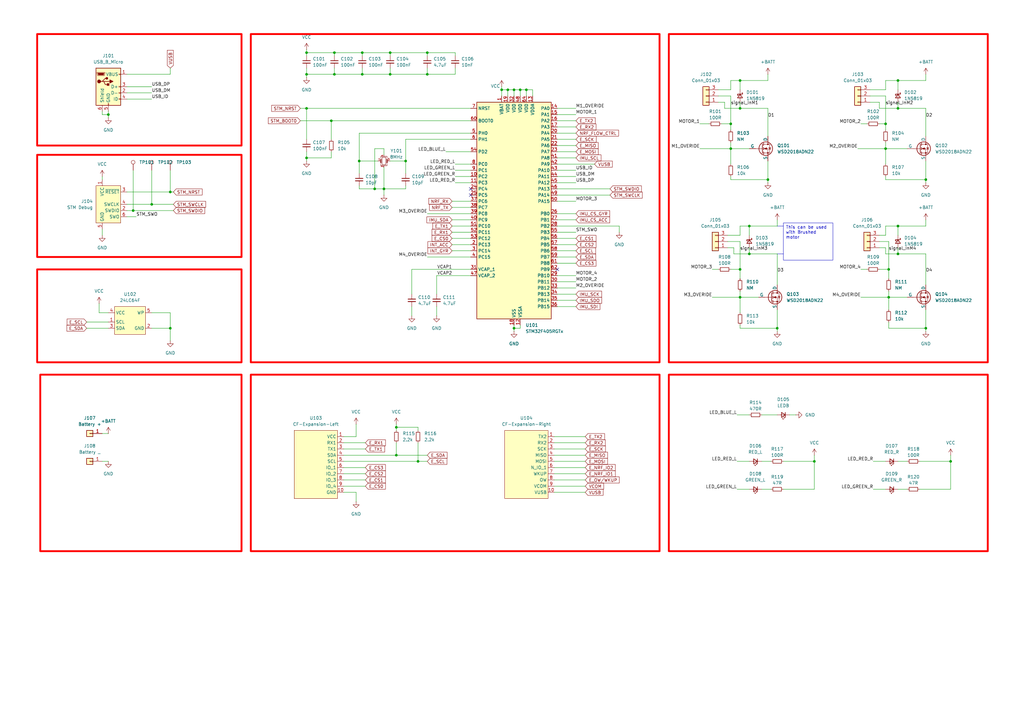
<source format=kicad_sch>
(kicad_sch (version 20231120) (generator "eeschema") (generator_version "8.0")
  (paper "A3")
  (title_block (date "2024-07-16"))
  (lib_symbols
    (symbol "Connector:Conn_ARM_SWD_TagConnect_TC2030-NL" (in_bom no)
      (property "Reference" "J" (at 2.54 11.43 0))
      (property "Value" "Conn_ARM_SWD_TagConnect_TC2030-NL" (at 2.54 8.89 0))
      (symbol "Conn_ARM_SWD_TagConnect_TC2030-NL_0_0"
        (pin power_in line (at -2.54 10.16 270) (length 2.54) (name "VCC") (number "1"))
        (pin bidirectional line (at 7.62 -2.54 180) (length 2.54) (name "SWDIO") (number "2"))
        (pin open_collector line (at 7.62 5.08 180) (length 2.54) (name "~{RESET}") (number "3"))
        (pin output line (at 7.62 0 180) (length 2.54) (name "SWCLK") (number "4"))
        (pin power_in line (at -2.54 -10.16 90) (length 2.54) (name "GND") (number "5"))
        (pin input line (at 7.62 -5.08 180) (length 2.54) (name "SWO") (number "6"))
      )
    )
    (symbol "Connector:TestPoint" (pin_numbers hide) (pin_names (offset 0.762) hide)
      (property "Reference" "TP" (at 0 6.858 0))
      (property "Value" "TestPoint" (at 0 5.08 0))
      (symbol "TestPoint_1_1"
        (pin passive line (at 0 0 90) (length 2.54) (name "1") (number "1"))
      )
    )
    (symbol "Connector:USB_B_Micro" (pin_names (offset 1.016))
      (property "Reference" "J" (at -5.08 11.43 0))
      (property "Value" "USB_B_Micro" (at -5.08 8.89 0))
      (symbol "USB_B_Micro_1_1"
        (pin power_out line (at 7.62 5.08 180) (length 2.54) (name "VBUS") (number "1"))
        (pin bidirectional line (at 7.62 -2.54 180) (length 2.54) (name "D-") (number "2"))
        (pin bidirectional line (at 7.62 0 180) (length 2.54) (name "D+") (number "3"))
        (pin passive line (at 7.62 -5.08 180) (length 2.54) (name "ID") (number "4"))
        (pin power_out line (at 0 -10.16 90) (length 2.54) (name "GND") (number "5"))
        (pin passive line (at -2.54 -10.16 90) (length 2.54) (name "Shield") (number "6"))
      )
    )
    (symbol "Connector_Generic:Conn_01x01" (pin_names (offset 1.016) hide)
      (property "Reference" "J" (at 0 2.54 0))
      (property "Value" "Conn_01x01" (at 0 -2.54 0))
      (symbol "Conn_01x01_1_1"
        (pin passive line (at -5.08 0 0) (length 3.81) (name "Pin_1") (number "1"))
      )
    )
    (symbol "Connector_Generic:Conn_01x03" (pin_names (offset 1.016) hide)
      (property "Reference" "J" (at 0 5.08 0))
      (property "Value" "Conn_01x03" (at 0 -5.08 0))
      (symbol "Conn_01x03_1_1"
        (pin passive line (at -5.08 2.54 0) (length 3.81) (name "Pin_1") (number "1"))
        (pin passive line (at -5.08 0 0) (length 3.81) (name "Pin_2") (number "2"))
        (pin passive line (at -5.08 -2.54 0) (length 3.81) (name "Pin_3") (number "3"))
      )
    )
    (symbol "Device:C_Small" (pin_numbers hide) (pin_names (offset 0.254) hide)
      (property "Reference" "C" (at 0.254 1.778 0))
      (property "Value" "C_Small" (at 0.254 -2.032 0))
      (symbol "C_Small_1_1"
        (pin passive line (at 0 2.54 270) (length 2.032) (name "~") (number "1"))
        (pin passive line (at 0 -2.54 90) (length 2.032) (name "~") (number "2"))
      )
    )
    (symbol "Device:Crystal_GND24_Small" (pin_names (offset 1.016) hide)
      (property "Reference" "Y" (at 1.27 4.445 0))
      (property "Value" "Crystal_GND24_Small" (at 1.27 2.54 0))
      (symbol "Crystal_GND24_Small_1_1"
        (pin passive line (at -2.54 0 0) (length 1.27) (name "1") (number "1"))
        (pin passive line (at 0 -2.54 90) (length 0.635) (name "2") (number "2"))
        (pin passive line (at 2.54 0 180) (length 1.27) (name "3") (number "3"))
        (pin passive line (at 0 2.54 270) (length 0.635) (name "4") (number "4"))
      )
    )
    (symbol "Device:D_Schottky_Small" (pin_numbers hide) (pin_names (offset 0.254) hide)
      (property "Reference" "D" (at -1.27 2.032 0))
      (property "Value" "D_Schottky_Small" (at -7.112 -2.032 0))
      (symbol "D_Schottky_Small_1_1"
        (pin passive line (at -2.54 0 0) (length 1.778) (name "K") (number "1"))
        (pin passive line (at 2.54 0 180) (length 1.778) (name "A") (number "2"))
      )
    )
    (symbol "Device:LED_Small" (pin_numbers hide) (pin_names (offset 0.254) hide)
      (property "Reference" "D" (at -1.27 3.175 0))
      (property "Value" "LED_Small" (at -4.445 -2.54 0))
      (symbol "LED_Small_1_1"
        (pin passive line (at -2.54 0 0) (length 1.778) (name "K") (number "1"))
        (pin passive line (at 2.54 0 180) (length 1.778) (name "A") (number "2"))
      )
    )
    (symbol "Device:R_Small" (pin_numbers hide) (pin_names (offset 0.254) hide)
      (property "Reference" "R" (at 0.762 0.508 0))
      (property "Value" "R_Small" (at 0.762 -1.016 0))
      (symbol "R_Small_1_1"
        (pin passive line (at 0 2.54 270) (length 0.762) (name "~") (number "1"))
        (pin passive line (at 0 -2.54 90) (length 0.762) (name "~") (number "2"))
      )
    )
    (symbol "MCU_ST_STM32F4:STM32F405RGTx"
      (property "Reference" "U" (at -15.24 46.99 0))
      (property "Value" "STM32F405RGTx" (at 10.16 46.99 0))
      (symbol "STM32F405RGTx_1_1"
        (pin power_in line (at -5.08 48.26 270) (length 2.54) (name "VBAT") (number "1"))
        (pin bidirectional line (at -17.78 15.24 0) (length 2.54) (name "PC2") (number "10"))
        (pin bidirectional line (at -17.78 12.7 0) (length 2.54) (name "PC3") (number "11"))
        (pin power_in line (at 2.54 -45.72 90) (length 2.54) (name "VSSA") (number "12"))
        (pin power_in line (at 7.62 48.26 270) (length 2.54) (name "VDDA") (number "13"))
        (pin bidirectional line (at 17.78 43.18 180) (length 2.54) (name "PA0") (number "14"))
        (pin bidirectional line (at 17.78 40.64 180) (length 2.54) (name "PA1") (number "15"))
        (pin bidirectional line (at 17.78 38.1 180) (length 2.54) (name "PA2") (number "16"))
        (pin bidirectional line (at 17.78 35.56 180) (length 2.54) (name "PA3") (number "17"))
        (pin power_in line (at 0 -45.72 90) (length 2.54) (name "VSS") (number "18"))
        (pin power_in line (at -2.54 48.26 270) (length 2.54) (name "VDD") (number "19"))
        (pin bidirectional line (at -17.78 -12.7 0) (length 2.54) (name "PC13") (number "2"))
        (pin bidirectional line (at 17.78 33.02 180) (length 2.54) (name "PA4") (number "20"))
        (pin bidirectional line (at 17.78 30.48 180) (length 2.54) (name "PA5") (number "21"))
        (pin bidirectional line (at 17.78 27.94 180) (length 2.54) (name "PA6") (number "22"))
        (pin bidirectional line (at 17.78 25.4 180) (length 2.54) (name "PA7") (number "23"))
        (pin bidirectional line (at -17.78 10.16 0) (length 2.54) (name "PC4") (number "24"))
        (pin bidirectional line (at -17.78 7.62 0) (length 2.54) (name "PC5") (number "25"))
        (pin bidirectional line (at 17.78 0 180) (length 2.54) (name "PB0") (number "26"))
        (pin bidirectional line (at 17.78 -2.54 180) (length 2.54) (name "PB1") (number "27"))
        (pin bidirectional line (at 17.78 -5.08 180) (length 2.54) (name "PB2") (number "28"))
        (pin bidirectional line (at 17.78 -25.4 180) (length 2.54) (name "PB10") (number "29"))
        (pin bidirectional line (at -17.78 -15.24 0) (length 2.54) (name "PC14") (number "3"))
        (pin bidirectional line (at 17.78 -27.94 180) (length 2.54) (name "PB11") (number "30"))
        (pin power_out line (at -17.78 -22.86 0) (length 2.54) (name "VCAP_1") (number "31"))
        (pin power_in line (at 0 48.26 270) (length 2.54) (name "VDD") (number "32"))
        (pin bidirectional line (at 17.78 -30.48 180) (length 2.54) (name "PB12") (number "33"))
        (pin bidirectional line (at 17.78 -33.02 180) (length 2.54) (name "PB13") (number "34"))
        (pin bidirectional line (at 17.78 -35.56 180) (length 2.54) (name "PB14") (number "35"))
        (pin bidirectional line (at 17.78 -38.1 180) (length 2.54) (name "PB15") (number "36"))
        (pin bidirectional line (at -17.78 5.08 0) (length 2.54) (name "PC6") (number "37"))
        (pin bidirectional line (at -17.78 2.54 0) (length 2.54) (name "PC7") (number "38"))
        (pin bidirectional line (at -17.78 0 0) (length 2.54) (name "PC8") (number "39"))
        (pin bidirectional line (at -17.78 -17.78 0) (length 2.54) (name "PC15") (number "4"))
        (pin bidirectional line (at -17.78 -2.54 0) (length 2.54) (name "PC9") (number "40"))
        (pin bidirectional line (at 17.78 22.86 180) (length 2.54) (name "PA8") (number "41"))
        (pin bidirectional line (at 17.78 20.32 180) (length 2.54) (name "PA9") (number "42"))
        (pin bidirectional line (at 17.78 17.78 180) (length 2.54) (name "PA10") (number "43"))
        (pin bidirectional line (at 17.78 15.24 180) (length 2.54) (name "PA11") (number "44"))
        (pin bidirectional line (at 17.78 12.7 180) (length 2.54) (name "PA12") (number "45"))
        (pin bidirectional line (at 17.78 10.16 180) (length 2.54) (name "PA13") (number "46"))
        (pin power_out line (at -17.78 -25.4 0) (length 2.54) (name "VCAP_2") (number "47"))
        (pin power_in line (at 2.54 48.26 270) (length 2.54) (name "VDD") (number "48"))
        (pin bidirectional line (at 17.78 7.62 180) (length 2.54) (name "PA14") (number "49"))
        (pin bidirectional line (at -17.78 33.02 0) (length 2.54) (name "PH0") (number "5"))
        (pin bidirectional line (at 17.78 5.08 180) (length 2.54) (name "PA15") (number "50"))
        (pin bidirectional line (at -17.78 -5.08 0) (length 2.54) (name "PC10") (number "51"))
        (pin bidirectional line (at -17.78 -7.62 0) (length 2.54) (name "PC11") (number "52"))
        (pin bidirectional line (at -17.78 -10.16 0) (length 2.54) (name "PC12") (number "53"))
        (pin bidirectional line (at -17.78 25.4 0) (length 2.54) (name "PD2") (number "54"))
        (pin bidirectional line (at 17.78 -7.62 180) (length 2.54) (name "PB3") (number "55"))
        (pin bidirectional line (at 17.78 -10.16 180) (length 2.54) (name "PB4") (number "56"))
        (pin bidirectional line (at 17.78 -12.7 180) (length 2.54) (name "PB5") (number "57"))
        (pin bidirectional line (at 17.78 -15.24 180) (length 2.54) (name "PB6") (number "58"))
        (pin bidirectional line (at 17.78 -17.78 180) (length 2.54) (name "PB7") (number "59"))
        (pin bidirectional line (at -17.78 30.48 0) (length 2.54) (name "PH1") (number "6"))
        (pin input line (at -17.78 38.1 0) (length 2.54) (name "BOOT0") (number "60"))
        (pin bidirectional line (at 17.78 -20.32 180) (length 2.54) (name "PB8") (number "61"))
        (pin bidirectional line (at 17.78 -22.86 180) (length 2.54) (name "PB9") (number "62"))
        (pin passive line (at 0 -45.72 90) (length 2.54) hide (name "VSS") (number "63"))
        (pin power_in line (at 5.08 48.26 270) (length 2.54) (name "VDD") (number "64"))
        (pin input line (at -17.78 43.18 0) (length 2.54) (name "NRST") (number "7"))
        (pin bidirectional line (at -17.78 20.32 0) (length 2.54) (name "PC0") (number "8"))
        (pin bidirectional line (at -17.78 17.78 0) (length 2.54) (name "PC1") (number "9"))
      )
    )
    (symbol "Simulation_SPICE:NMOS" (pin_numbers hide) (pin_names (offset 0))
      (property "Reference" "Q" (at 5.08 1.27 0))
      (property "Value" "NMOS" (at 5.08 -1.27 0))
      (symbol "NMOS_1_1"
        (pin passive line (at 2.54 5.08 270) (length 2.54) (name "D") (number "1"))
        (pin input line (at -5.08 0 0) (length 2.54) (name "G") (number "2"))
        (pin passive line (at 2.54 -5.08 90) (length 2.54) (name "S") (number "3"))
      )
    )
    (symbol "libs:24LC64F"
      (property "Reference" "U" (at 0 9.652 0))
      (property "Value" "24LC64F" (at 0 6.858 0))
      (symbol "24LC64F_1_1"
        (pin passive line (at -8.89 -1.27 0) (length 2.54) (name "SCL") (number "1"))
        (pin passive line (at 8.89 -3.81 180) (length 2.54) (name "GND") (number "2"))
        (pin passive line (at -8.89 -3.81 0) (length 2.54) (name "SDA") (number "3"))
        (pin passive line (at -8.89 2.54 0) (length 2.54) (name "VCC") (number "4"))
        (pin passive line (at 8.89 2.54 180) (length 2.54) (name "WP") (number "5"))
      )
    )
    (symbol "libs:CF-Expansion-Left"
      (property "Reference" "U" (at 0 16.51 0))
      (property "Value" "CF-Expansion-Left" (at 0 19.558 0))
      (symbol "CF-Expansion-Left_1_1"
        (pin passive line (at 11.43 11.43 180) (length 2.54) (name "VCC") (number "1"))
        (pin passive line (at 11.43 -11.43 180) (length 2.54) (name "GND") (number "10"))
        (pin passive line (at 11.43 8.89 180) (length 2.54) (name "RX1") (number "2"))
        (pin passive line (at 11.43 6.35 180) (length 2.54) (name "TX1") (number "3"))
        (pin passive line (at 11.43 3.81 180) (length 2.54) (name "SDA") (number "4"))
        (pin passive line (at 11.43 1.27 180) (length 2.54) (name "SCL") (number "5"))
        (pin passive line (at 11.43 -1.27 180) (length 2.54) (name "IO_1") (number "6"))
        (pin passive line (at 11.43 -3.81 180) (length 2.54) (name "IO_2") (number "7"))
        (pin passive line (at 11.43 -6.35 180) (length 2.54) (name "IO_3") (number "8"))
        (pin passive line (at 11.43 -8.89 180) (length 2.54) (name "IO_4") (number "9"))
      )
    )
    (symbol "libs:CF-Expansion-Right"
      (property "Reference" "U" (at 0 15.748 0))
      (property "Value" "CF-Expansion-Right" (at 2.286 18.796 0))
      (symbol "CF-Expansion-Right_1_1"
        (pin passive line (at 11.43 11.43 180) (length 2.54) (name "TX2") (number "1"))
        (pin passive line (at 11.43 -11.43 180) (length 2.54) (name "VUSB") (number "10"))
        (pin passive line (at 11.43 8.89 180) (length 2.54) (name "RX2") (number "2"))
        (pin passive line (at 11.43 6.35 180) (length 2.54) (name "SCK") (number "3"))
        (pin passive line (at 11.43 3.81 180) (length 2.54) (name "MISO") (number "4"))
        (pin passive line (at 11.43 1.27 180) (length 2.54) (name "MOSI") (number "5"))
        (pin passive line (at 11.43 -1.27 180) (length 2.54) (name "N_IO_1") (number "6"))
        (pin passive line (at 11.43 -3.81 180) (length 2.54) (name "WKUP") (number "7"))
        (pin passive line (at 11.43 -6.35 180) (length 2.54) (name "OW") (number "8"))
        (pin passive line (at 11.43 -8.89 180) (length 2.54) (name "VCOM") (number "9"))
      )
    )
    (symbol "power:+BATT" (power) (pin_numbers hide) (pin_names (offset 0) hide)
      (property "Value" "+BATT" (at 0 3.556 0))
      (symbol "+BATT_1_1"
        (pin power_in line (at 0 0 90) (length 0) (name "~") (number "1"))
      )
    )
    (symbol "power:GND" (power) (pin_numbers hide) (pin_names (offset 0) hide)
      (property "Value" "GND" (at 0 -3.81 0))
      (symbol "GND_1_1"
        (pin power_in line (at 0 0 270) (length 0) (name "~") (number "1"))
      )
    )
    (symbol "power:VCC" (power) (pin_numbers hide) (pin_names (offset 0) hide)
      (property "Value" "VCC" (at 0 3.556 0))
      (symbol "VCC_1_1"
        (pin power_in line (at 0 0 90) (length 0) (name "~") (number "1"))
      )
    )
  )
  (junction (at 208.28 36.83))
  (junction (at 69.85 78.74))
  (junction (at 389.89 189.23))
  (junction (at 135.89 49.53))
  (junction (at 160.02 21.59))
  (junction (at 368.3 44.45))
  (junction (at 210.82 36.83))
  (junction (at 157.48 77.47))
  (junction (at 44.45 46.99))
  (junction (at 137.16 30.48))
  (junction (at 125.73 30.48))
  (junction (at 368.3 104.14))
  (junction (at 166.37 66.04))
  (junction (at 299.72 60.96))
  (junction (at 175.26 21.59))
  (junction (at 54.61 86.36))
  (junction (at 213.36 36.83))
  (junction (at 171.45 189.23))
  (junction (at 314.96 73.66))
  (junction (at 125.73 21.59))
  (junction (at 215.9 36.83))
  (junction (at 334.01 189.23))
  (junction (at 125.73 64.77))
  (junction (at 162.56 186.69))
  (junction (at 307.34 92.71))
  (junction (at 125.73 44.45))
  (junction (at 303.53 121.92))
  (junction (at 303.53 44.45))
  (junction (at 303.53 33.02))
  (junction (at 147.32 66.04))
  (junction (at 148.59 30.48))
  (junction (at 379.73 73.66))
  (junction (at 299.72 50.8))
  (junction (at 364.49 121.92))
  (junction (at 318.77 134.62))
  (junction (at 153.67 77.47))
  (junction (at 363.22 50.8))
  (junction (at 364.49 110.49))
  (junction (at 210.82 134.62))
  (junction (at 379.73 134.62))
  (junction (at 205.74 36.83))
  (junction (at 368.3 92.71))
  (junction (at 69.85 134.62))
  (junction (at 160.02 30.48))
  (junction (at 303.53 110.49))
  (junction (at 368.3 33.02))
  (junction (at 363.22 60.96))
  (junction (at 175.26 30.48))
  (junction (at 148.59 21.59))
  (junction (at 137.16 21.59))
  (junction (at 162.56 175.26))
  (junction (at 62.23 83.82))
  (junction (at 307.34 104.14))
  (no_connect (at 193.04 77.47))
  (no_connect (at 193.04 80.01))
  (no_connect (at 228.6 110.49))
  (wire (pts (xy 302.26 189.23) (xy 307.34 189.23)))
  (wire (pts (xy 205.74 36.83) (xy 205.74 39.37)))
  (wire (pts (xy 299.72 67.31) (xy 299.72 60.96)))
  (wire (pts (xy 146.05 201.93) (xy 146.05 205.74)))
  (wire (pts (xy 299.72 110.49) (xy 303.53 110.49)))
  (wire (pts (xy 218.44 39.37) (xy 218.44 36.83)))
  (wire (pts (xy 368.3 33.02) (xy 379.73 33.02)))
  (wire (pts (xy 379.73 30.48) (xy 379.73 33.02)))
  (wire (pts (xy 299.72 58.42) (xy 299.72 60.96)))
  (wire (pts (xy 228.6 123.19) (xy 236.22 123.19)))
  (wire (pts (xy 35.56 134.62) (xy 44.45 134.62)))
  (wire (pts (xy 166.37 66.04) (xy 166.37 71.12)))
  (wire (pts (xy 193.04 54.61) (xy 147.32 54.61)))
  (wire (pts (xy 389.89 186.69) (xy 389.89 189.23)))
  (wire (pts (xy 148.59 21.59) (xy 160.02 21.59)))
  (wire (pts (xy 193.04 44.45) (xy 125.73 44.45)))
  (wire (pts (xy 303.53 92.71) (xy 307.34 92.71)))
  (wire (pts (xy 294.64 39.37) (xy 299.72 39.37)))
  (wire (pts (xy 228.6 72.39) (xy 236.22 72.39)))
  (wire (pts (xy 147.32 77.47) (xy 153.67 77.47)))
  (wire (pts (xy 186.69 67.31) (xy 193.04 67.31)))
  (wire (pts (xy 368.3 92.71) (xy 379.73 92.71)))
  (wire (pts (xy 171.45 189.23) (xy 175.26 189.23)))
  (wire (pts (xy 360.68 96.52) (xy 363.22 96.52)))
  (wire (pts (xy 297.18 44.45) (xy 303.53 44.45)))
  (wire (pts (xy 379.73 90.17) (xy 379.73 92.71)))
  (wire (pts (xy 160.02 21.59) (xy 175.26 21.59)))
  (wire (pts (xy 353.06 50.8) (xy 355.6 50.8)))
  (wire (pts (xy 299.72 60.96) (xy 307.34 60.96)))
  (wire (pts (xy 334.01 189.23) (xy 334.01 200.66)))
  (wire (pts (xy 363.22 104.14) (xy 368.3 104.14)))
  (wire (pts (xy 228.6 59.69) (xy 236.22 59.69)))
  (wire (pts (xy 363.22 67.31) (xy 363.22 60.96)))
  (wire (pts (xy 171.45 181.61) (xy 171.45 189.23)))
  (wire (pts (xy 363.22 92.71) (xy 368.3 92.71)))
  (wire (pts (xy 303.53 44.45) (xy 314.96 44.45)))
  (wire (pts (xy 227.33 201.93) (xy 240.03 201.93)))
  (wire (pts (xy 41.91 46.99) (xy 44.45 46.99)))
  (wire (pts (xy 303.53 99.06) (xy 303.53 110.49)))
  (wire (pts (xy 210.82 133.35) (xy 210.82 134.62)))
  (wire (pts (xy 363.22 60.96) (xy 372.11 60.96)))
  (wire (pts (xy 52.07 86.36) (xy 54.61 86.36)))
  (wire (pts (xy 303.53 110.49) (xy 303.53 114.3)))
  (wire (pts (xy 140.97 196.85) (xy 149.86 196.85)))
  (wire (pts (xy 148.59 27.94) (xy 148.59 30.48)))
  (wire (pts (xy 62.23 128.27) (xy 69.85 128.27)))
  (wire (pts (xy 185.42 97.79) (xy 193.04 97.79)))
  (wire (pts (xy 186.69 27.94) (xy 186.69 30.48)))
  (wire (pts (xy 162.56 181.61) (xy 162.56 186.69)))
  (wire (pts (xy 227.33 191.77) (xy 240.03 191.77)))
  (wire (pts (xy 157.48 60.96) (xy 157.48 63.5)))
  (wire (pts (xy 69.85 134.62) (xy 69.85 139.7)))
  (wire (pts (xy 208.28 36.83) (xy 210.82 36.83)))
  (wire (pts (xy 140.97 186.69) (xy 162.56 186.69)))
  (wire (pts (xy 303.53 134.62) (xy 318.77 134.62)))
  (wire (pts (xy 228.6 115.57) (xy 236.22 115.57)))
  (wire (pts (xy 363.22 73.66) (xy 379.73 73.66)))
  (wire (pts (xy 185.42 95.25) (xy 193.04 95.25)))
  (wire (pts (xy 363.22 39.37) (xy 363.22 50.8)))
  (wire (pts (xy 227.33 189.23) (xy 240.03 189.23)))
  (wire (pts (xy 377.19 189.23) (xy 389.89 189.23)))
  (wire (pts (xy 140.97 201.93) (xy 146.05 201.93)))
  (wire (pts (xy 146.05 179.07) (xy 140.97 179.07)))
  (wire (pts (xy 62.23 83.82) (xy 71.12 83.82)))
  (wire (pts (xy 125.73 21.59) (xy 125.73 22.86)))
  (wire (pts (xy 140.97 181.61) (xy 149.86 181.61)))
  (wire (pts (xy 228.6 95.25) (xy 236.22 95.25)))
  (wire (pts (xy 213.36 36.83) (xy 213.36 39.37)))
  (wire (pts (xy 298.45 99.06) (xy 303.53 99.06)))
  (wire (pts (xy 303.53 119.38) (xy 303.53 121.92)))
  (wire (pts (xy 303.53 36.83) (xy 303.53 33.02)))
  (wire (pts (xy 321.31 200.66) (xy 334.01 200.66)))
  (wire (pts (xy 356.87 39.37) (xy 363.22 39.37)))
  (wire (pts (xy 363.22 96.52) (xy 363.22 92.71)))
  (wire (pts (xy 157.48 68.58) (xy 157.48 77.47)))
  (wire (pts (xy 228.6 107.95) (xy 236.22 107.95)))
  (wire (pts (xy 228.6 90.17) (xy 236.22 90.17)))
  (wire (pts (xy 379.73 44.45) (xy 379.73 55.88)))
  (wire (pts (xy 334.01 186.69) (xy 334.01 189.23)))
  (wire (pts (xy 228.6 54.61) (xy 236.22 54.61)))
  (wire (pts (xy 228.6 105.41) (xy 236.22 105.41)))
  (wire (pts (xy 186.69 22.86) (xy 186.69 21.59)))
  (wire (pts (xy 318.77 90.17) (xy 318.77 92.71)))
  (wire (pts (xy 299.72 39.37) (xy 299.72 50.8)))
  (wire (pts (xy 171.45 176.53) (xy 171.45 175.26)))
  (wire (pts (xy 140.97 199.39) (xy 149.86 199.39)))
  (wire (pts (xy 162.56 173.99) (xy 162.56 175.26)))
  (wire (pts (xy 351.79 60.96) (xy 363.22 60.96)))
  (wire (pts (xy 300.99 104.14) (xy 307.34 104.14)))
  (wire (pts (xy 185.42 92.71) (xy 193.04 92.71)))
  (wire (pts (xy 363.22 33.02) (xy 368.3 33.02)))
  (wire (pts (xy 303.53 96.52) (xy 303.53 92.71)))
  (wire (pts (xy 360.68 99.06) (xy 364.49 99.06)))
  (wire (pts (xy 175.26 87.63) (xy 193.04 87.63)))
  (wire (pts (xy 307.34 104.14) (xy 318.77 104.14)))
  (wire (pts (xy 160.02 21.59) (xy 160.02 22.86)))
  (wire (pts (xy 228.6 113.03) (xy 236.22 113.03)))
  (wire (pts (xy 360.68 50.8) (xy 363.22 50.8)))
  (wire (pts (xy 148.59 21.59) (xy 148.59 22.86)))
  (wire (pts (xy 186.69 69.85) (xy 193.04 69.85)))
  (wire (pts (xy 157.48 77.47) (xy 166.37 77.47)))
  (wire (pts (xy 52.07 30.48) (xy 69.85 30.48)))
  (wire (pts (xy 175.26 21.59) (xy 186.69 21.59)))
  (wire (pts (xy 379.73 66.04) (xy 379.73 73.66)))
  (wire (pts (xy 300.99 101.6) (xy 300.99 104.14)))
  (wire (pts (xy 228.6 74.93) (xy 236.22 74.93)))
  (wire (pts (xy 303.53 41.91) (xy 303.53 44.45)))
  (wire (pts (xy 228.6 77.47) (xy 250.19 77.47)))
  (wire (pts (xy 368.3 101.6) (xy 368.3 104.14)))
  (wire (pts (xy 379.73 104.14) (xy 379.73 116.84)))
  (wire (pts (xy 363.22 101.6) (xy 363.22 104.14)))
  (wire (pts (xy 69.85 128.27) (xy 69.85 134.62)))
  (wire (pts (xy 364.49 132.08) (xy 364.49 134.62)))
  (wire (pts (xy 154.94 66.04) (xy 147.32 66.04)))
  (wire (pts (xy 353.06 121.92) (xy 364.49 121.92)))
  (wire (pts (xy 147.32 76.2) (xy 147.32 77.47)))
  (wire (pts (xy 41.91 93.98) (xy 41.91 96.52)))
  (wire (pts (xy 377.19 200.66) (xy 389.89 200.66)))
  (wire (pts (xy 44.45 128.27) (xy 40.64 128.27)))
  (wire (pts (xy 179.07 113.03) (xy 193.04 113.03)))
  (wire (pts (xy 227.33 181.61) (xy 240.03 181.61)))
  (wire (pts (xy 364.49 121.92) (xy 372.11 121.92)))
  (wire (pts (xy 227.33 194.31) (xy 240.03 194.31)))
  (wire (pts (xy 356.87 41.91) (xy 360.68 41.91)))
  (wire (pts (xy 364.49 119.38) (xy 364.49 121.92)))
  (wire (pts (xy 368.3 41.91) (xy 368.3 44.45)))
  (wire (pts (xy 186.69 74.93) (xy 193.04 74.93)))
  (wire (pts (xy 44.45 46.99) (xy 44.45 48.26)))
  (wire (pts (xy 137.16 27.94) (xy 137.16 30.48)))
  (wire (pts (xy 125.73 64.77) (xy 125.73 66.04)))
  (wire (pts (xy 179.07 125.73) (xy 179.07 129.54)))
  (wire (pts (xy 140.97 191.77) (xy 149.86 191.77)))
  (wire (pts (xy 52.07 83.82) (xy 62.23 83.82)))
  (wire (pts (xy 379.73 73.66) (xy 379.73 74.93)))
  (wire (pts (xy 368.3 200.66) (xy 372.11 200.66)))
  (wire (pts (xy 363.22 36.83) (xy 363.22 33.02)))
  (wire (pts (xy 299.72 33.02) (xy 303.53 33.02)))
  (wire (pts (xy 307.34 92.71) (xy 318.77 92.71)))
  (wire (pts (xy 302.26 200.66) (xy 307.34 200.66)))
  (wire (pts (xy 321.31 189.23) (xy 334.01 189.23)))
  (wire (pts (xy 379.73 127) (xy 379.73 134.62)))
  (wire (pts (xy 228.6 69.85) (xy 236.22 69.85)))
  (polyline (pts (xy 318.77 92.71) (xy 321.31 92.71)))
  (wire (pts (xy 358.14 189.23) (xy 363.22 189.23)))
  (wire (pts (xy 292.1 110.49) (xy 294.64 110.49)))
  (wire (pts (xy 318.77 127) (xy 318.77 134.62)))
  (wire (pts (xy 228.6 62.23) (xy 236.22 62.23)))
  (wire (pts (xy 137.16 21.59) (xy 148.59 21.59)))
  (wire (pts (xy 210.82 36.83) (xy 213.36 36.83)))
  (wire (pts (xy 314.96 30.48) (xy 314.96 33.02)))
  (wire (pts (xy 125.73 30.48) (xy 137.16 30.48)))
  (wire (pts (xy 185.42 85.09) (xy 193.04 85.09)))
  (wire (pts (xy 213.36 36.83) (xy 215.9 36.83)))
  (wire (pts (xy 228.6 46.99) (xy 236.22 46.99)))
  (wire (pts (xy 368.3 36.83) (xy 368.3 33.02)))
  (wire (pts (xy 140.97 189.23) (xy 171.45 189.23)))
  (wire (pts (xy 175.26 27.94) (xy 175.26 30.48)))
  (wire (pts (xy 210.82 36.83) (xy 210.82 39.37)))
  (wire (pts (xy 182.88 62.23) (xy 193.04 62.23)))
  (wire (pts (xy 175.26 21.59) (xy 175.26 22.86)))
  (wire (pts (xy 215.9 36.83) (xy 218.44 36.83)))
  (wire (pts (xy 186.69 72.39) (xy 193.04 72.39)))
  (wire (pts (xy 179.07 120.65) (xy 179.07 113.03)))
  (wire (pts (xy 353.06 110.49) (xy 355.6 110.49)))
  (wire (pts (xy 360.68 101.6) (xy 363.22 101.6)))
  (wire (pts (xy 228.6 57.15) (xy 236.22 57.15)))
  (wire (pts (xy 140.97 184.15) (xy 149.86 184.15)))
  (wire (pts (xy 303.53 121.92) (xy 311.15 121.92)))
  (wire (pts (xy 303.53 133.35) (xy 303.53 134.62)))
  (wire (pts (xy 314.96 73.66) (xy 314.96 74.93)))
  (wire (pts (xy 41.91 72.39) (xy 41.91 73.66)))
  (wire (pts (xy 148.59 30.48) (xy 160.02 30.48)))
  (wire (pts (xy 360.68 110.49) (xy 364.49 110.49)))
  (wire (pts (xy 125.73 62.23) (xy 125.73 64.77)))
  (wire (pts (xy 295.91 50.8) (xy 299.72 50.8)))
  (wire (pts (xy 228.6 125.73) (xy 236.22 125.73)))
  (wire (pts (xy 227.33 186.69) (xy 240.03 186.69)))
  (wire (pts (xy 323.85 170.18) (xy 326.39 170.18)))
  (wire (pts (xy 228.6 120.65) (xy 236.22 120.65)))
  (wire (pts (xy 146.05 173.99) (xy 146.05 179.07)))
  (wire (pts (xy 175.26 30.48) (xy 186.69 30.48)))
  (wire (pts (xy 302.26 170.18) (xy 307.34 170.18)))
  (wire (pts (xy 294.64 41.91) (xy 297.18 41.91)))
  (wire (pts (xy 168.91 110.49) (xy 168.91 120.65)))
  (wire (pts (xy 185.42 100.33) (xy 193.04 100.33)))
  (wire (pts (xy 227.33 184.15) (xy 240.03 184.15)))
  (wire (pts (xy 210.82 134.62) (xy 210.82 135.89)))
  (wire (pts (xy 228.6 80.01) (xy 250.19 80.01)))
  (wire (pts (xy 298.45 96.52) (xy 303.53 96.52)))
  (wire (pts (xy 215.9 36.83) (xy 215.9 39.37)))
  (wire (pts (xy 168.91 125.73) (xy 168.91 129.54)))
  (wire (pts (xy 228.6 44.45) (xy 236.22 44.45)))
  (wire (pts (xy 356.87 36.83) (xy 363.22 36.83)))
  (wire (pts (xy 213.36 133.35) (xy 213.36 134.62)))
  (wire (pts (xy 227.33 199.39) (xy 240.03 199.39)))
  (wire (pts (xy 35.56 132.08) (xy 44.45 132.08)))
  (wire (pts (xy 40.64 128.27) (xy 40.64 124.46)))
  (wire (pts (xy 312.42 200.66) (xy 316.23 200.66)))
  (wire (pts (xy 54.61 86.36) (xy 71.12 86.36)))
  (wire (pts (xy 314.96 44.45) (xy 314.96 55.88)))
  (wire (pts (xy 299.72 36.83) (xy 299.72 33.02)))
  (wire (pts (xy 185.42 102.87) (xy 193.04 102.87)))
  (wire (pts (xy 228.6 118.11) (xy 236.22 118.11)))
  (wire (pts (xy 41.91 189.23) (xy 44.45 189.23)))
  (wire (pts (xy 227.33 196.85) (xy 240.03 196.85)))
  (wire (pts (xy 228.6 67.31) (xy 243.84 67.31)))
  (wire (pts (xy 153.67 60.96) (xy 153.67 77.47)))
  (wire (pts (xy 318.77 134.62) (xy 318.77 135.89)))
  (wire (pts (xy 358.14 200.66) (xy 363.22 200.66)))
  (wire (pts (xy 166.37 57.15) (xy 166.37 66.04)))
  (wire (pts (xy 368.3 96.52) (xy 368.3 92.71)))
  (wire (pts (xy 292.1 121.92) (xy 303.53 121.92)))
  (wire (pts (xy 228.6 64.77) (xy 236.22 64.77)))
  (wire (pts (xy 69.85 30.48) (xy 69.85 27.94)))
  (wire (pts (xy 287.02 50.8) (xy 290.83 50.8)))
  (wire (pts (xy 299.72 73.66) (xy 314.96 73.66)))
  (wire (pts (xy 147.32 66.04) (xy 147.32 71.12)))
  (wire (pts (xy 125.73 20.32) (xy 125.73 21.59)))
  (wire (pts (xy 41.91 177.8) (xy 44.45 177.8)))
  (wire (pts (xy 210.82 134.62) (xy 213.36 134.62)))
  (wire (pts (xy 54.61 69.85) (xy 54.61 86.36)))
  (wire (pts (xy 52.07 35.56) (xy 62.23 35.56)))
  (wire (pts (xy 125.73 44.45) (xy 125.73 57.15)))
  (wire (pts (xy 52.07 38.1) (xy 62.23 38.1)))
  (wire (pts (xy 363.22 72.39) (xy 363.22 73.66)))
  (wire (pts (xy 140.97 194.31) (xy 149.86 194.31)))
  (wire (pts (xy 364.49 127) (xy 364.49 121.92)))
  (wire (pts (xy 379.73 134.62) (xy 379.73 135.89)))
  (wire (pts (xy 175.26 105.41) (xy 193.04 105.41)))
  (wire (pts (xy 228.6 82.55) (xy 236.22 82.55)))
  (wire (pts (xy 208.28 36.83) (xy 208.28 39.37)))
  (wire (pts (xy 185.42 82.55) (xy 193.04 82.55)))
  (wire (pts (xy 147.32 54.61) (xy 147.32 66.04)))
  (wire (pts (xy 363.22 50.8) (xy 363.22 53.34)))
  (wire (pts (xy 162.56 175.26) (xy 162.56 176.53)))
  (wire (pts (xy 364.49 134.62) (xy 379.73 134.62)))
  (wire (pts (xy 205.74 36.83) (xy 208.28 36.83)))
  (wire (pts (xy 228.6 92.71) (xy 254 92.71)))
  (wire (pts (xy 360.68 44.45) (xy 368.3 44.45)))
  (wire (pts (xy 137.16 21.59) (xy 137.16 22.86)))
  (wire (pts (xy 368.3 44.45) (xy 379.73 44.45)))
  (wire (pts (xy 160.02 66.04) (xy 166.37 66.04)))
  (wire (pts (xy 312.42 189.23) (xy 316.23 189.23)))
  (wire (pts (xy 125.73 64.77) (xy 135.89 64.77)))
  (wire (pts (xy 389.89 189.23) (xy 389.89 200.66)))
  (polyline (pts (xy 318.77 104.14) (xy 321.31 104.14)))
  (wire (pts (xy 135.89 49.53) (xy 193.04 49.53)))
  (wire (pts (xy 228.6 97.79) (xy 236.22 97.79)))
  (wire (pts (xy 364.49 99.06) (xy 364.49 110.49)))
  (wire (pts (xy 160.02 27.94) (xy 160.02 30.48)))
  (wire (pts (xy 162.56 186.69) (xy 175.26 186.69)))
  (wire (pts (xy 299.72 50.8) (xy 299.72 53.34)))
  (wire (pts (xy 153.67 77.47) (xy 157.48 77.47)))
  (wire (pts (xy 307.34 96.52) (xy 307.34 92.71)))
  (wire (pts (xy 303.53 128.27) (xy 303.53 121.92)))
  (wire (pts (xy 205.74 35.56) (xy 205.74 36.83)))
  (wire (pts (xy 228.6 100.33) (xy 236.22 100.33)))
  (wire (pts (xy 137.16 30.48) (xy 148.59 30.48)))
  (wire (pts (xy 294.64 36.83) (xy 299.72 36.83)))
  (wire (pts (xy 368.3 104.14) (xy 379.73 104.14)))
  (wire (pts (xy 227.33 179.07) (xy 240.03 179.07)))
  (wire (pts (xy 135.89 62.23) (xy 135.89 64.77)))
  (wire (pts (xy 298.45 101.6) (xy 300.99 101.6)))
  (wire (pts (xy 123.19 49.53) (xy 135.89 49.53)))
  (wire (pts (xy 228.6 87.63) (xy 236.22 87.63)))
  (wire (pts (xy 135.89 57.15) (xy 135.89 49.53)))
  (wire (pts (xy 314.96 66.04) (xy 314.96 73.66)))
  (wire (pts (xy 125.73 31.75) (xy 125.73 30.48)))
  (wire (pts (xy 193.04 110.49) (xy 168.91 110.49)))
  (wire (pts (xy 62.23 69.85) (xy 62.23 83.82)))
  (wire (pts (xy 52.07 88.9) (xy 55.88 88.9)))
  (wire (pts (xy 287.02 60.96) (xy 299.72 60.96)))
  (wire (pts (xy 123.19 44.45) (xy 125.73 44.45)))
  (wire (pts (xy 364.49 110.49) (xy 364.49 114.3)))
  (wire (pts (xy 62.23 134.62) (xy 69.85 134.62)))
  (wire (pts (xy 162.56 175.26) (xy 171.45 175.26)))
  (wire (pts (xy 318.77 104.14) (xy 318.77 116.84)))
  (wire (pts (xy 193.04 57.15) (xy 166.37 57.15)))
  (wire (pts (xy 160.02 30.48) (xy 175.26 30.48)))
  (wire (pts (xy 307.34 101.6) (xy 307.34 104.14)))
  (wire (pts (xy 368.3 189.23) (xy 372.11 189.23)))
  (wire (pts (xy 69.85 69.85) (xy 69.85 78.74)))
  (wire (pts (xy 228.6 49.53) (xy 236.22 49.53)))
  (wire (pts (xy 297.18 41.91) (xy 297.18 44.45)))
  (wire (pts (xy 363.22 58.42) (xy 363.22 60.96)))
  (wire (pts (xy 254 92.71) (xy 254 95.25)))
  (wire (pts (xy 41.91 45.72) (xy 41.91 46.99)))
  (wire (pts (xy 125.73 27.94) (xy 125.73 30.48)))
  (wire (pts (xy 52.07 78.74) (xy 69.85 78.74)))
  (wire (pts (xy 166.37 76.2) (xy 166.37 77.47)))
  (wire (pts (xy 312.42 170.18) (xy 318.77 170.18)))
  (wire (pts (xy 228.6 52.07) (xy 236.22 52.07)))
  (wire (pts (xy 44.45 45.72) (xy 44.45 46.99)))
  (wire (pts (xy 303.53 33.02) (xy 314.96 33.02)))
  (wire (pts (xy 360.68 41.91) (xy 360.68 44.45)))
  (wire (pts (xy 157.48 60.96) (xy 153.67 60.96)))
  (wire (pts (xy 157.48 77.47) (xy 157.48 80.01)))
  (wire (pts (xy 299.72 72.39) (xy 299.72 73.66)))
  (wire (pts (xy 228.6 102.87) (xy 236.22 102.87)))
  (wire (pts (xy 185.42 90.17) (xy 193.04 90.17)))
  (wire (pts (xy 52.07 40.64) (xy 62.23 40.64)))
  (wire (pts (xy 69.85 78.74) (xy 71.12 78.74)))
  (wire (pts (xy 125.73 21.59) (xy 137.16 21.59)))
  (rectangle (start 15.24 63.5) (end 99.06 105.41) (stroke (width 0.762) (color 255 0 0 1)))
  (rectangle (start 15.24 110.49) (end 99.06 148.59) (stroke (width 0.762) (color 255 0 0 1)))
  (rectangle (start 274.32 153.67) (end 405.13 226.06) (stroke (width 0.762) (color 255 0 0 1)))
  (rectangle (start 102.87 153.67) (end 270.51 226.06) (stroke (width 0.762) (color 255 0 0 1)))
  (rectangle (start 16.51 153.67) (end 99.06 226.06) (stroke (width 0.762) (color 255 0 0 1)))
  (rectangle (start 15.24 13.97) (end 99.06 59.69) (stroke (width 0.762) (color 255 0 0 1)))
  (rectangle (start 274.32 13.97) (end 405.13 148.59) (stroke (width 0.762) (color 255 0 0 1)))
  (rectangle (start 102.87 13.97) (end 270.51 148.59) (stroke (width 0.762) (color 255 0 0 1)))
  (text_box "This can be used with Brushed motor" (at 321.31 91.44 0) (size 20.32 15.24) (effects (font (size 1.27 1.27)) (justify left top)))
  (label "M1_OVERIDE" (at 236.22 44.45 0))
  (label "LED_GREEN_L" (at 302.26 200.66 180))
  (label "STM_SWO" (at 236.22 95.25 0))
  (label "USB_ID" (at 236.22 69.85 0))
  (label "LED_GREEN_R" (at 358.14 200.66 180))
  (label "VCAP2" (at 185.42 113.03 180))
  (label "M3_OVERIDE" (at 292.1 121.92 180))
  (label "MOTOR_2" (at 236.22 115.57 0))
  (label "M3_OVERIDE" (at 175.26 87.63 180))
  (label "M4_OVERIDE" (at 175.26 105.41 180))
  (label "M2_OVERIDE" (at 236.22 118.11 0))
  (label "STM_SWO" (at 55.88 88.9 0))
  (label "USB_DM" (at 236.22 72.39 0))
  (label "MOTOR_1" (at 236.22 46.99 0))
  (label "signal_InM2" (at 363.22 43.18 0))
  (label "D2" (at 379.73 48.26 0))
  (label "LED_BLUE_L" (at 182.88 62.23 180))
  (label "LED_RED_L" (at 186.69 67.31 180))
  (label "LED_RED_R" (at 186.69 74.93 180))
  (label "USB_ID" (at 62.23 40.64 0))
  (label "MOTOR_4" (at 236.22 113.03 0))
  (label "LED_GREEN_R" (at 186.69 72.39 180))
  (label "LED_RED_L" (at 302.26 189.23 180))
  (label "M1_OVERIDE" (at 287.02 60.96 180))
  (label "USB_DP" (at 236.22 74.93 0))
  (label "MOTOR_2" (at 353.06 50.8 180))
  (label "LED_BLUE_L" (at 302.26 170.18 180))
  (label "D3" (at 318.77 111.76 0))
  (label "D1" (at 314.96 48.26 0))
  (label "M2_OVERIDE" (at 351.79 60.96 180))
  (label "M4_OVERIDE" (at 353.06 121.92 180))
  (label "USB_DP" (at 62.23 35.56 0))
  (label "VCAP1" (at 185.42 110.49 180))
  (label "signal_InM4" (at 364.49 102.87 0))
  (label "LED_RED_R" (at 358.14 189.23 180))
  (label "MOTOR_3" (at 292.1 110.49 180))
  (label "MOTOR_4" (at 353.06 110.49 180))
  (label "USB_DM" (at 62.23 38.1 0))
  (label "LED_GREEN_L" (at 186.69 69.85 180))
  (label "MOTOR_3" (at 236.22 82.55 0))
  (label "signal_InM3" (at 303.53 102.87 0))
  (label "MOTOR_1" (at 287.02 50.8 180))
  (label "D4" (at 379.73 111.76 0))
  (label "signal_InM1" (at 299.72 43.18 0))
  (global_label "E_CS0" (shape input) (at 185.42 97.79 180) (property "Intersheetrefs" "${INTERSHEET_REFS}" (effects (hide yes))))
  (global_label "E_TX1" (shape input) (at 185.42 92.71 180) (property "Intersheetrefs" "${INTERSHEET_REFS}" (effects (hide yes))))
  (global_label "IMU_SDO" (shape input) (at 236.22 123.19 0) (property "Intersheetrefs" "${INTERSHEET_REFS}" (effects (hide yes))))
  (global_label "VUSB" (shape input) (at 69.85 27.94 90) (property "Intersheetrefs" "${INTERSHEET_REFS}" (effects (hide yes))))
  (global_label "E_SCL" (shape input) (at 236.22 102.87 0) (property "Intersheetrefs" "${INTERSHEET_REFS}" (effects (hide yes))))
  (global_label "E_NRF_IO2" (shape input) (at 240.03 191.77 0) (property "Intersheetrefs" "${INTERSHEET_REFS}" (effects (hide yes))))
  (global_label "STM_SWCLK" (shape input) (at 71.12 83.82 0) (property "Intersheetrefs" "${INTERSHEET_REFS}" (effects (hide yes))))
  (global_label "E_TX1" (shape input) (at 149.86 184.15 0) (property "Intersheetrefs" "${INTERSHEET_REFS}" (effects (hide yes))))
  (global_label "VUSB" (shape input) (at 243.84 67.31 0) (property "Intersheetrefs" "${INTERSHEET_REFS}" (effects (hide yes))))
  (global_label "IMU_SCL" (shape input) (at 236.22 64.77 0) (property "Intersheetrefs" "${INTERSHEET_REFS}" (effects (hide yes))))
  (global_label "VCOM" (shape input) (at 240.03 199.39 0) (property "Intersheetrefs" "${INTERSHEET_REFS}" (effects (hide yes))))
  (global_label "E_MOSI" (shape input) (at 240.03 189.23 0) (property "Intersheetrefs" "${INTERSHEET_REFS}" (effects (hide yes))))
  (global_label "E_CS2" (shape input) (at 149.86 194.31 0) (property "Intersheetrefs" "${INTERSHEET_REFS}" (effects (hide yes))))
  (global_label "VUSB" (shape input) (at 240.03 201.93 0) (property "Intersheetrefs" "${INTERSHEET_REFS}" (effects (hide yes))))
  (global_label "E_SCK" (shape input) (at 236.22 57.15 0) (property "Intersheetrefs" "${INTERSHEET_REFS}" (effects (hide yes))))
  (global_label "E_RX2" (shape input) (at 236.22 52.07 0) (property "Intersheetrefs" "${INTERSHEET_REFS}" (effects (hide yes))))
  (global_label "IMU_CS_GYR" (shape input) (at 236.22 87.63 0) (property "Intersheetrefs" "${INTERSHEET_REFS}" (effects (hide yes))))
  (global_label "E_NRF_IO1" (shape input) (at 240.03 194.31 0) (property "Intersheetrefs" "${INTERSHEET_REFS}" (effects (hide yes))))
  (global_label "E_OW{slash}WKUP" (shape input) (at 240.03 196.85 0) (property "Intersheetrefs" "${INTERSHEET_REFS}" (effects (hide yes))))
  (global_label "E_SDA" (shape input) (at 236.22 105.41 0) (property "Intersheetrefs" "${INTERSHEET_REFS}" (effects (hide yes))))
  (global_label "E_CS3" (shape input) (at 236.22 107.95 0) (property "Intersheetrefs" "${INTERSHEET_REFS}" (effects (hide yes))))
  (global_label "E_RX2" (shape input) (at 240.03 181.61 0) (property "Intersheetrefs" "${INTERSHEET_REFS}" (effects (hide yes))))
  (global_label "STM_SWDIO" (shape input) (at 250.19 77.47 0) (property "Intersheetrefs" "${INTERSHEET_REFS}" (effects (hide yes))))
  (global_label "E_MISO" (shape input) (at 236.22 59.69 0) (property "Intersheetrefs" "${INTERSHEET_REFS}" (effects (hide yes))))
  (global_label "IMU_SCK" (shape input) (at 236.22 120.65 0) (property "Intersheetrefs" "${INTERSHEET_REFS}" (effects (hide yes))))
  (global_label "E_CS3" (shape input) (at 149.86 191.77 0) (property "Intersheetrefs" "${INTERSHEET_REFS}" (effects (hide yes))))
  (global_label "E_TX2" (shape input) (at 236.22 49.53 0) (property "Intersheetrefs" "${INTERSHEET_REFS}" (effects (hide yes))))
  (global_label "E_RX1" (shape input) (at 185.42 95.25 180) (property "Intersheetrefs" "${INTERSHEET_REFS}" (effects (hide yes))))
  (global_label "E_SCL" (shape input) (at 175.26 189.23 0) (property "Intersheetrefs" "${INTERSHEET_REFS}" (effects (hide yes))))
  (global_label "INT_GYR" (shape input) (at 185.42 102.87 180) (property "Intersheetrefs" "${INTERSHEET_REFS}" (effects (hide yes))))
  (global_label "E_CS2" (shape input) (at 236.22 100.33 0) (property "Intersheetrefs" "${INTERSHEET_REFS}" (effects (hide yes))))
  (global_label "E_TX2" (shape input) (at 240.03 179.07 0) (property "Intersheetrefs" "${INTERSHEET_REFS}" (effects (hide yes))))
  (global_label "E_SDA" (shape input) (at 175.26 186.69 0) (property "Intersheetrefs" "${INTERSHEET_REFS}" (effects (hide yes))))
  (global_label "IMU_CS_ACC" (shape input) (at 236.22 90.17 0) (property "Intersheetrefs" "${INTERSHEET_REFS}" (effects (hide yes))))
  (global_label "STM_NRST" (shape input) (at 71.12 78.74 0) (property "Intersheetrefs" "${INTERSHEET_REFS}" (effects (hide yes))))
  (global_label "E_RX1" (shape input) (at 149.86 181.61 0) (property "Intersheetrefs" "${INTERSHEET_REFS}" (effects (hide yes))))
  (global_label "E_SCL" (shape input) (at 35.56 132.08 180) (property "Intersheetrefs" "${INTERSHEET_REFS}" (effects (hide yes))))
  (global_label "E_CS1" (shape input) (at 149.86 196.85 0) (property "Intersheetrefs" "${INTERSHEET_REFS}" (effects (hide yes))))
  (global_label "STM_NRST" (shape input) (at 123.19 44.45 180) (property "Intersheetrefs" "${INTERSHEET_REFS}" (effects (hide yes))))
  (global_label "STM_SWCLK" (shape input) (at 250.19 80.01 0) (property "Intersheetrefs" "${INTERSHEET_REFS}" (effects (hide yes))))
  (global_label "E_MISO" (shape input) (at 240.03 186.69 0) (property "Intersheetrefs" "${INTERSHEET_REFS}" (effects (hide yes))))
  (global_label "E_SCK" (shape input) (at 240.03 184.15 0) (property "Intersheetrefs" "${INTERSHEET_REFS}" (effects (hide yes))))
  (global_label "INT_ACC" (shape input) (at 185.42 100.33 180) (property "Intersheetrefs" "${INTERSHEET_REFS}" (effects (hide yes))))
  (global_label "E_CS1" (shape input) (at 236.22 97.79 0) (property "Intersheetrefs" "${INTERSHEET_REFS}" (effects (hide yes))))
  (global_label "IMU_SDI" (shape input) (at 236.22 125.73 0) (property "Intersheetrefs" "${INTERSHEET_REFS}" (effects (hide yes))))
  (global_label "E_CS0" (shape input) (at 149.86 199.39 0) (property "Intersheetrefs" "${INTERSHEET_REFS}" (effects (hide yes))))
  (global_label "NRF_TX" (shape input) (at 185.42 85.09 180) (property "Intersheetrefs" "${INTERSHEET_REFS}" (effects (hide yes))))
  (global_label "NRF_FLOW_CTRL" (shape input) (at 236.22 54.61 0) (property "Intersheetrefs" "${INTERSHEET_REFS}" (effects (hide yes))))
  (global_label "E_SDA" (shape input) (at 35.56 134.62 180) (property "Intersheetrefs" "${INTERSHEET_REFS}" (effects (hide yes))))
  (global_label "STM_BOOT0" (shape input) (at 123.19 49.53 180) (property "Intersheetrefs" "${INTERSHEET_REFS}" (effects (hide yes))))
  (global_label "STM_SWDIO" (shape input) (at 71.12 86.36 0) (property "Intersheetrefs" "${INTERSHEET_REFS}" (effects (hide yes))))
  (global_label "NRF_RX" (shape input) (at 185.42 82.55 180) (property "Intersheetrefs" "${INTERSHEET_REFS}" (effects (hide yes))))
  (global_label "E_MOSI" (shape input) (at 236.22 62.23 0) (property "Intersheetrefs" "${INTERSHEET_REFS}" (effects (hide yes))))
  (global_label "IMU_SDA" (shape input) (at 185.42 90.17 180) (property "Intersheetrefs" "${INTERSHEET_REFS}" (effects (hide yes))))
  (symbol (lib_id "Connector:USB_B_Micro") (at 44.45 35.56 0) (unit 1)
    (property "Reference" "J101" (at 44.45 22.86 0))
    (property "Value" "USB_B_Micro" (at 44.45 25.4 0))
    (property "Footprint" "Connector_USB:USB_Micro-B_Molex-105017-0001" (effects (hide yes)))
    (property "Description" "USB Micro Type B connector" (effects (hide yes)))
  )
  (symbol (lib_id "Device:Crystal_GND24_Small") (at 157.48 66.04 0) (unit 1)
    (property "Reference" "Y101" (at 162.56 61.849 0))
    (property "Value" "8MHz" (at 162.56 64.389 0))
    (property "Footprint" "Crystal:Crystal_SMD_2520-4Pin_2.5x2.0mm" (effects (hide yes)))
    (property "Description" "Four pin crystal, GND on pins 2 and 4, small symbol" (effects (hide yes)))
  )
  (symbol (lib_id "power:VCC") (at 125.73 20.32 0) (unit 1)
    (property "Reference" "#PWR0101" (effects (hide yes)))
    (property "Value" "VCC" (at 125.73 15.24 0))
    (property "Description" "Power symbol creates a global label with name \"VCC\"" (effects (hide yes)))
  )
  (symbol (lib_id "Device:C_Small") (at 125.73 25.4 0) (unit 1)
    (property "Reference" "C101" (at 128.27 24.1362 0) (effects (justify left)))
    (property "Value" "100nF" (at 128.27 26.6762 0) (effects (justify left)))
    (property "Footprint" "Capacitor_SMD:C_0402_1005Metric" (effects (hide yes)))
    (property "Description" "Unpolarized capacitor, small symbol" (effects (hide yes)))
  )
  (symbol (lib_id "power:+BATT") (at 379.73 90.17 0) (unit 1)
    (property "Reference" "#PWR0113" (effects (hide yes)))
    (property "Value" "+BATT" (at 379.73 85.09 0))
    (property "Description" "Power symbol creates a global label with name \"+BATT\"" (effects (hide yes)))
  )
  (symbol (lib_id "Device:D_Schottky_Small") (at 368.3 99.06 270) (unit 1)
    (property "Reference" "D104" (at 370.84 97.5359 90) (effects (justify left)))
    (property "Value" "1N5819" (at 370.84 100.0759 90) (effects (justify left)))
    (property "Footprint" "Diode_SMD:D_SOD-523" (effects (hide yes)))
    (property "Datasheet" "https://www.lcsc.com/datasheet/lcsc_datasheet_2403011756_JSMSEMI-1N5819WT_C20754784.pdf" (effects (hide yes)))
    (property "Description" "Schottky diode, small symbol" (effects (hide yes)))
    (property "LCSC" "C20754784" (effects (hide yes)))
  )
  (symbol (lib_id "Device:C_Small") (at 166.37 73.66 0) (unit 1)
    (property "Reference" "C109" (at 168.91 72.3962 0) (effects (justify left)))
    (property "Value" "10pF" (at 168.91 74.9362 0) (effects (justify left)))
    (property "Footprint" "Capacitor_SMD:C_0402_1005Metric" (effects (hide yes)))
    (property "Description" "Unpolarized capacitor, small symbol" (effects (hide yes)))
  )
  (symbol (lib_id "Device:R_Small") (at 358.14 110.49 90) (unit 1)
    (property "Reference" "R109" (at 358.14 105.41 90))
    (property "Value" "100R" (at 358.14 107.95 90))
    (property "Footprint" "Resistor_SMD:R_0402_1005Metric" (effects (hide yes)))
    (property "Description" "Resistor, small symbol" (effects (hide yes)))
  )
  (symbol (lib_id "power:GND") (at 157.48 80.01 0) (unit 1)
    (property "Reference" "#PWR0111" (effects (hide yes)))
    (property "Value" "GND" (at 157.48 85.09 0))
    (property "Description" "Power symbol creates a global label with name \"GND\" , ground" (effects (hide yes)))
  )
  (symbol (lib_id "power:VCC") (at 205.74 35.56 0) (unit 1)
    (property "Reference" "#PWR0105" (effects (hide yes)))
    (property "Value" "VCC" (at 203.2 35.306 0))
    (property "Description" "Power symbol creates a global label with name \"VCC\"" (effects (hide yes)))
  )
  (symbol (lib_id "libs:CF-Expansion-Left") (at 129.54 190.5 0) (unit 1)
    (property "Reference" "U103" (at 129.54 171.45 0))
    (property "Value" "CF-Expansion-Left" (at 129.54 173.99 0))
    (property "Footprint" "libs:CF-Expension" (effects (hide yes)))
  )
  (symbol (lib_id "Simulation_SPICE:NMOS") (at 377.19 121.92 0) (unit 1)
    (property "Reference" "Q104" (at 383.54 120.6499 0) (effects (justify left)))
    (property "Value" "WSD2018ADN22" (at 383.54 123.1899 0) (effects (justify left)))
    (property "Footprint" "libs:WSD2018ADN22" (effects (hide yes)))
    (property "Datasheet" "https://www.lcsc.com/datasheet/lcsc_datasheet_2108150430_Winsok-Semicon-WSD2018ADN22_C2880469.pdf" (effects (hide yes)))
    (property "Description" "N-MOSFET transistor, drain/source/gate" (effects (hide yes)))
    (property "Sim.Device" "NMOS" (effects (hide yes)))
    (property "Sim.Type" "VDMOS" (effects (hide yes)))
    (property "Sim.Pins" "1=D 2=G 3=S" (effects (hide yes)))
    (property "LCSC" " C2880469" (effects (hide yes)))
  )
  (symbol (lib_id "power:VCC") (at 41.91 72.39 0) (unit 1)
    (property "Reference" "#PWR0108" (effects (hide yes)))
    (property "Value" "VCC" (at 41.91 67.31 0))
    (property "Description" "Power symbol creates a global label with name \"VCC\"" (effects (hide yes)))
  )
  (symbol (lib_id "power:GND") (at 326.39 170.18 90) (unit 1)
    (property "Reference" "#PWR0123" (effects (hide yes)))
    (property "Value" "GND" (at 330.2 170.1799 90) (effects (justify right)))
    (property "Description" "Power symbol creates a global label with name \"GND\" , ground" (effects (hide yes)))
  )
  (symbol (lib_id "Connector_Generic:Conn_01x03") (at 293.37 99.06 180) (unit 1)
    (property "Reference" "J105" (at 293.37 90.17 0))
    (property "Value" "Conn_01x03" (at 293.37 92.71 0))
    (property "Footprint" "libs:motor" (effects (hide yes)))
    (property "Description" "Generic connector, single row, 01x03, script generated (kicad-library-utils/schlib/autogen/connector/)" (effects (hide yes)))
  )
  (symbol (lib_id "power:VCC") (at 146.05 173.99 0) (unit 1)
    (property "Reference" "#PWR0124" (effects (hide yes)))
    (property "Value" "VCC" (at 146.05 168.91 0))
    (property "Description" "Power symbol creates a global label with name \"VCC\"" (effects (hide yes)))
  )
  (symbol (lib_id "power:VCC") (at 162.56 173.99 0) (unit 1)
    (property "Reference" "#PWR0125" (effects (hide yes)))
    (property "Value" "VCC" (at 162.56 168.91 0))
    (property "Description" "Power symbol creates a global label with name \"VCC\"" (effects (hide yes)))
  )
  (symbol (lib_id "power:+BATT") (at 379.73 30.48 0) (unit 1)
    (property "Reference" "#PWR0103" (effects (hide yes)))
    (property "Value" "+BATT" (at 379.73 25.4 0))
    (property "Description" "Power symbol creates a global label with name \"+BATT\"" (effects (hide yes)))
  )
  (symbol (lib_id "power:GND") (at 179.07 129.54 0) (unit 1)
    (property "Reference" "#PWR0118" (effects (hide yes)))
    (property "Value" "GND" (at 179.07 134.62 0))
    (property "Description" "Power symbol creates a global label with name \"GND\" , ground" (effects (hide yes)))
  )
  (symbol (lib_id "power:GND") (at 254 95.25 0) (unit 1)
    (property "Reference" "#PWR0114" (effects (hide yes)))
    (property "Value" "GND" (at 254 100.33 0))
    (property "Description" "Power symbol creates a global label with name \"GND\" , ground" (effects (hide yes)))
  )
  (symbol (lib_id "MCU_ST_STM32F4:STM32F405RGTx") (at 210.82 87.63 0) (unit 1)
    (property "Reference" "U101" (at 215.5541 133.35 0) (effects (justify left)))
    (property "Value" "STM32F405RGTx" (at 215.5541 135.89 0) (effects (justify left)))
    (property "Footprint" "Package_QFP:LQFP-64_10x10mm_P0.5mm" (effects (hide yes)))
    (property "Datasheet" "https://www.st.com/resource/en/datasheet/stm32f405rg.pdf" (effects (hide yes)))
    (property "Description" "STMicroelectronics Arm Cortex-M4 MCU, 1024KB flash, 192KB RAM, 168 MHz, 1.8-3.6V, 51 GPIO, LQFP64" (effects (hide yes)))
  )
  (symbol (lib_id "Device:C_Small") (at 168.91 123.19 0) (unit 1)
    (property "Reference" "C110" (at 171.45 121.9262 0) (effects (justify left)))
    (property "Value" "4.7uF" (at 171.45 124.4662 0) (effects (justify left)))
    (property "Footprint" "Capacitor_SMD:C_0402_1005Metric" (effects (hide yes)))
    (property "Description" "Unpolarized capacitor, small symbol" (effects (hide yes)))
  )
  (symbol (lib_id "power:GND") (at 379.73 74.93 0) (unit 1)
    (property "Reference" "#PWR0110" (effects (hide yes)))
    (property "Value" "GND" (at 379.73 80.01 0))
    (property "Description" "Power symbol creates a global label with name \"GND\" , ground" (effects (hide yes)))
  )
  (symbol (lib_id "Device:C_Small") (at 148.59 25.4 0) (unit 1)
    (property "Reference" "C103" (at 151.13 24.1362 0) (effects (justify left)))
    (property "Value" "100nF" (at 151.13 26.6762 0) (effects (justify left)))
    (property "Footprint" "Capacitor_SMD:C_0402_1005Metric" (effects (hide yes)))
    (property "Description" "Unpolarized capacitor, small symbol" (effects (hide yes)))
  )
  (symbol (lib_id "Device:C_Small") (at 175.26 25.4 0) (unit 1)
    (property "Reference" "C105" (at 177.8 24.1362 0) (effects (justify left)))
    (property "Value" "4.7uF" (at 177.8 26.6762 0) (effects (justify left)))
    (property "Footprint" "Capacitor_SMD:C_0603_1608Metric" (effects (hide yes)))
    (property "Description" "Unpolarized capacitor, small symbol" (effects (hide yes)))
  )
  (symbol (lib_id "Connector_Generic:Conn_01x03") (at 351.79 39.37 180) (unit 1)
    (property "Reference" "J103" (at 351.79 30.48 0))
    (property "Value" "Conn_01x03" (at 351.79 33.02 0))
    (property "Footprint" "libs:motor" (effects (hide yes)))
    (property "Description" "Generic connector, single row, 01x03, script generated (kicad-library-utils/schlib/autogen/connector/)" (effects (hide yes)))
  )
  (symbol (lib_id "Device:R_Small") (at 363.22 55.88 180) (unit 1)
    (property "Reference" "R104" (at 365.76 54.6099 0) (effects (justify right)))
    (property "Value" "NM" (at 365.76 57.1499 0) (effects (justify right)))
    (property "Footprint" "Resistor_SMD:R_0402_1005Metric" (effects (hide yes)))
    (property "Description" "Resistor, small symbol" (effects (hide yes)))
  )
  (symbol (lib_id "Device:R_Small") (at 363.22 69.85 180) (unit 1)
    (property "Reference" "R107" (at 365.76 68.5799 0) (effects (justify right)))
    (property "Value" "10k" (at 365.76 71.1199 0) (effects (justify right)))
    (property "Footprint" "Resistor_SMD:R_0402_1005Metric" (effects (hide yes)))
    (property "Description" "Resistor, small symbol" (effects (hide yes)))
  )
  (symbol (lib_id "power:VCC") (at 389.89 186.69 0) (unit 1)
    (property "Reference" "#PWR0128" (effects (hide yes)))
    (property "Value" "VCC" (at 389.89 181.61 0))
    (property "Description" "Power symbol creates a global label with name \"VCC\"" (effects (hide yes)))
  )
  (symbol (lib_id "power:GND") (at 125.73 66.04 0) (unit 1)
    (property "Reference" "#PWR0107" (effects (hide yes)))
    (property "Value" "GND" (at 125.73 71.12 0))
    (property "Description" "Power symbol creates a global label with name \"GND\" , ground" (effects (hide yes)))
  )
  (symbol (lib_id "power:GND") (at 69.85 139.7 0) (unit 1)
    (property "Reference" "#PWR0122" (effects (hide yes)))
    (property "Value" "GND" (at 69.85 144.78 0))
    (property "Description" "Power symbol creates a global label with name \"GND\" , ground" (effects (hide yes)))
  )
  (symbol (lib_id "Device:LED_Small") (at 365.76 189.23 180) (unit 1)
    (property "Reference" "D107" (at 365.6965 182.88 0))
    (property "Value" "RED_R" (at 365.6965 185.42 0))
    (property "Footprint" "libs:LED_XL_3210SURC" (effects (hide yes)))
    (property "Description" "Light emitting diode, small symbol" (effects (hide yes)))
    (property "LCSC" " C965874" (effects (hide yes)))
  )
  (symbol (lib_id "Device:LED_Small") (at 309.88 189.23 180) (unit 1)
    (property "Reference" "D106" (at 309.8165 182.88 0))
    (property "Value" "RED_L" (at 309.8165 185.42 0))
    (property "Footprint" "libs:LED_XL_3210SURC" (effects (hide yes)))
    (property "Description" "Light emitting diode, small symbol" (effects (hide yes)))
    (property "LCSC" " C965874" (effects (hide yes)))
  )
  (symbol (lib_id "Device:R_Small") (at 297.18 110.49 90) (unit 1)
    (property "Reference" "R108" (at 297.18 105.41 90))
    (property "Value" "100R" (at 297.18 107.95 90))
    (property "Footprint" "Resistor_SMD:R_0402_1005Metric" (effects (hide yes)))
    (property "Description" "Resistor, small symbol" (effects (hide yes)))
  )
  (symbol (lib_id "Connector_Generic:Conn_01x03") (at 355.6 99.06 180) (unit 1)
    (property "Reference" "J106" (at 355.6 90.17 0))
    (property "Value" "Conn_01x03" (at 355.6 92.71 0))
    (property "Footprint" "libs:motor" (effects (hide yes)))
    (property "Description" "Generic connector, single row, 01x03, script generated (kicad-library-utils/schlib/autogen/connector/)" (effects (hide yes)))
  )
  (symbol (lib_id "Device:LED_Small") (at 365.76 200.66 180) (unit 1)
    (property "Reference" "D109" (at 365.6965 194.31 0))
    (property "Value" "GREEN_R" (at 365.6965 196.85 0))
    (property "Footprint" "libs:LED_XL_3210SURC" (effects (hide yes)))
    (property "Description" "Light emitting diode, small symbol" (effects (hide yes)))
    (property "LCSC" " C965874" (effects (hide yes)))
  )
  (symbol (lib_id "Device:C_Small") (at 160.02 25.4 0) (unit 1)
    (property "Reference" "C104" (at 162.56 24.1362 0) (effects (justify left)))
    (property "Value" "100nF" (at 162.56 26.6762 0) (effects (justify left)))
    (property "Footprint" "Capacitor_SMD:C_0402_1005Metric" (effects (hide yes)))
    (property "Description" "Unpolarized capacitor, small symbol" (effects (hide yes)))
  )
  (symbol (lib_id "power:GND") (at 379.73 135.89 0) (unit 1)
    (property "Reference" "#PWR0121" (effects (hide yes)))
    (property "Value" "GND" (at 379.73 140.97 0))
    (property "Description" "Power symbol creates a global label with name \"GND\" , ground" (effects (hide yes)))
  )
  (symbol (lib_id "Device:R_Small") (at 171.45 179.07 180) (unit 1)
    (property "Reference" "R116" (at 173.99 177.7999 0) (effects (justify right)))
    (property "Value" "2.2k" (at 173.99 180.3399 0) (effects (justify right)))
    (property "Footprint" "Resistor_SMD:R_0402_1005Metric" (effects (hide yes)))
    (property "Description" "Resistor, small symbol" (effects (hide yes)))
  )
  (symbol (lib_id "Device:C_Small") (at 125.73 59.69 0) (unit 1)
    (property "Reference" "C107" (at 128.27 58.4262 0) (effects (justify left)))
    (property "Value" "100nF" (at 128.27 60.9662 0) (effects (justify left)))
    (property "Footprint" "Capacitor_SMD:C_0402_1005Metric" (effects (hide yes)))
    (property "Description" "Unpolarized capacitor, small symbol" (effects (hide yes)))
  )
  (symbol (lib_id "Device:R_Small") (at 299.72 55.88 180) (unit 1)
    (property "Reference" "R103" (at 302.26 54.6099 0) (effects (justify right)))
    (property "Value" "NM" (at 302.26 57.1499 0) (effects (justify right)))
    (property "Footprint" "Resistor_SMD:R_0402_1005Metric" (effects (hide yes)))
    (property "Description" "Resistor, small symbol" (effects (hide yes)))
  )
  (symbol (lib_id "Device:R_Small") (at 135.89 59.69 180) (unit 1)
    (property "Reference" "R105" (at 138.43 58.4199 0) (effects (justify right)))
    (property "Value" "10k" (at 138.43 60.9599 0) (effects (justify right)))
    (property "Footprint" "Resistor_SMD:R_0402_1005Metric" (effects (hide yes)))
    (property "Description" "Resistor, small symbol" (effects (hide yes)))
  )
  (symbol (lib_id "libs:24LC64F") (at 53.34 130.81 0) (unit 1)
    (property "Reference" "U102" (at 53.34 120.65 0))
    (property "Value" "24LC64F" (at 53.34 123.19 0))
    (property "Footprint" "Package_TO_SOT_SMD:SOT-23-5" (effects (hide yes)))
    (property "Datasheet" "https://www.lcsc.com/datasheet/lcsc_datasheet_2210180730_Microchip-Tech-24LC64FT-I-OT_C616247.pdf" (effects (hide yes)))
    (property "Description" "64Kbit I2C SOT-23-5 EEPROM ROHS " (effects (hide yes)))
  )
  (symbol (lib_id "power:GND") (at 125.73 31.75 0) (unit 1)
    (property "Reference" "#PWR0104" (effects (hide yes)))
    (property "Value" "GND" (at 125.73 36.83 0))
    (property "Description" "Power symbol creates a global label with name \"GND\" , ground" (effects (hide yes)))
  )
  (symbol (lib_id "Connector_Generic:Conn_01x01") (at 36.83 177.8 180) (unit 1)
    (property "Reference" "J107" (at 36.83 171.45 0))
    (property "Value" "Battery +" (at 36.83 173.99 0))
    (property "Footprint" "BMI088:PAD" (effects (hide yes)))
    (property "Description" "Generic connector, single row, 01x01, script generated (kicad-library-utils/schlib/autogen/connector/)" (effects (hide yes)))
  )
  (symbol (lib_id "Device:D_Schottky_Small") (at 307.34 99.06 270) (unit 1)
    (property "Reference" "D103" (at 309.88 97.5359 90) (effects (justify left)))
    (property "Value" "1N5819" (at 309.88 100.0759 90) (effects (justify left)))
    (property "Footprint" "Diode_SMD:D_SOD-523" (effects (hide yes)))
    (property "Datasheet" "https://www.lcsc.com/datasheet/lcsc_datasheet_2403011756_JSMSEMI-1N5819WT_C20754784.pdf" (effects (hide yes)))
    (property "Description" "Schottky diode, small symbol" (effects (hide yes)))
    (property "LCSC" "C20754784" (effects (hide yes)))
  )
  (symbol (lib_id "Device:R_Small") (at 318.77 189.23 90) (unit 1)
    (property "Reference" "R117" (at 318.77 184.15 90))
    (property "Value" "100R" (at 318.77 186.69 90))
    (property "Footprint" "Resistor_SMD:R_0402_1005Metric" (effects (hide yes)))
    (property "Description" "Resistor, small symbol" (effects (hide yes)))
  )
  (symbol (lib_id "Device:R_Small") (at 293.37 50.8 90) (unit 1)
    (property "Reference" "R101" (at 293.37 45.72 90))
    (property "Value" "100R" (at 293.37 48.26 90))
    (property "Footprint" "Resistor_SMD:R_0402_1005Metric" (effects (hide yes)))
    (property "Description" "Resistor, small symbol" (effects (hide yes)))
  )
  (symbol (lib_id "Connector:TestPoint") (at 62.23 69.85 0) (unit 1)
    (property "Reference" "TP102" (at 64.77 66.5479 0) (effects (justify left)))
    (property "Value" "TestPoint" (effects (hide yes)))
    (property "Footprint" "TestPoint:TestPoint_Pad_D1.0mm" (effects (hide yes)))
    (property "Description" "test point" (effects (hide yes)))
  )
  (symbol (lib_id "Device:R_Small") (at 303.53 116.84 180) (unit 1)
    (property "Reference" "R110" (at 306.07 115.5699 0) (effects (justify right)))
    (property "Value" "NM" (at 306.07 118.1099 0) (effects (justify right)))
    (property "Footprint" "Resistor_SMD:R_0402_1005Metric" (effects (hide yes)))
    (property "Description" "Resistor, small symbol" (effects (hide yes)))
  )
  (symbol (lib_id "power:VCC") (at 40.64 124.46 0) (unit 1)
    (property "Reference" "#PWR0116" (effects (hide yes)))
    (property "Value" "VCC" (at 40.64 119.38 0))
    (property "Description" "Power symbol creates a global label with name \"VCC\"" (effects (hide yes)))
  )
  (symbol (lib_id "Connector:TestPoint") (at 69.85 69.85 0) (unit 1)
    (property "Reference" "TP103" (at 72.39 66.5479 0) (effects (justify left)))
    (property "Value" "TestPoint" (effects (hide yes)))
    (property "Footprint" "TestPoint:TestPoint_Pad_D1.0mm" (effects (hide yes)))
    (property "Description" "test point" (effects (hide yes)))
  )
  (symbol (lib_id "Device:R_Small") (at 374.65 189.23 90) (unit 1)
    (property "Reference" "R118" (at 374.65 184.15 90))
    (property "Value" "100R" (at 374.65 186.69 90))
    (property "Footprint" "Resistor_SMD:R_0402_1005Metric" (effects (hide yes)))
    (property "Description" "Resistor, small symbol" (effects (hide yes)))
  )
  (symbol (lib_id "Device:C_Small") (at 186.69 25.4 0) (unit 1)
    (property "Reference" "C106" (at 189.23 24.1362 0) (effects (justify left)))
    (property "Value" "10nF" (at 189.23 26.6762 0) (effects (justify left)))
    (property "Footprint" "Capacitor_SMD:C_0402_1005Metric" (effects (hide yes)))
    (property "Description" "Unpolarized capacitor, small symbol" (effects (hide yes)))
  )
  (symbol (lib_id "power:GND") (at 314.96 74.93 0) (unit 1)
    (property "Reference" "#PWR0109" (effects (hide yes)))
    (property "Value" "GND" (at 314.96 80.01 0))
    (property "Description" "Power symbol creates a global label with name \"GND\" , ground" (effects (hide yes)))
  )
  (symbol (lib_id "Simulation_SPICE:NMOS") (at 312.42 60.96 0) (unit 1)
    (property "Reference" "Q101" (at 318.77 59.6899 0) (effects (justify left)))
    (property "Value" "WSD2018ADN22" (at 318.77 62.2299 0) (effects (justify left)))
    (property "Footprint" "libs:WSD2018ADN22" (effects (hide yes)))
    (property "Datasheet" "https://www.lcsc.com/datasheet/lcsc_datasheet_2108150430_Winsok-Semicon-WSD2018ADN22_C2880469.pdf" (effects (hide yes)))
    (property "Description" "N-MOSFET transistor, drain/source/gate" (effects (hide yes)))
    (property "Sim.Device" "NMOS" (effects (hide yes)))
    (property "Sim.Type" "VDMOS" (effects (hide yes)))
    (property "Sim.Pins" "1=D 2=G 3=S" (effects (hide yes)))
    (property "LCSC" " C2880469" (effects (hide yes)))
  )
  (symbol (lib_id "Simulation_SPICE:NMOS") (at 377.19 60.96 0) (unit 1)
    (property "Reference" "Q102" (at 383.54 59.6899 0) (effects (justify left)))
    (property "Value" "WSD2018ADN22" (at 383.54 62.2299 0) (effects (justify left)))
    (property "Footprint" "libs:WSD2018ADN22" (effects (hide yes)))
    (property "Datasheet" "https://www.lcsc.com/datasheet/lcsc_datasheet_2108150430_Winsok-Semicon-WSD2018ADN22_C2880469.pdf" (effects (hide yes)))
    (property "Description" "N-MOSFET transistor, drain/source/gate" (effects (hide yes)))
    (property "Sim.Device" "NMOS" (effects (hide yes)))
    (property "Sim.Type" "VDMOS" (effects (hide yes)))
    (property "Sim.Pins" "1=D 2=G 3=S" (effects (hide yes)))
    (property "LCSC" " C2880469" (effects (hide yes)))
  )
  (symbol (lib_id "power:GND") (at 210.82 135.89 0) (unit 1)
    (property "Reference" "#PWR0119" (effects (hide yes)))
    (property "Value" "GND" (at 210.82 140.97 0))
    (property "Description" "Power symbol creates a global label with name \"GND\" , ground" (effects (hide yes)))
  )
  (symbol (lib_id "Device:R_Small") (at 162.56 179.07 180) (unit 1)
    (property "Reference" "R115" (at 165.1 177.7999 0) (effects (justify right)))
    (property "Value" "2.2k" (at 165.1 180.3399 0) (effects (justify right)))
    (property "Footprint" "Resistor_SMD:R_0402_1005Metric" (effects (hide yes)))
    (property "Description" "Resistor, small symbol" (effects (hide yes)))
  )
  (symbol (lib_id "Device:LED_Small") (at 321.31 170.18 180) (unit 1)
    (property "Reference" "D105" (at 321.2465 163.83 0))
    (property "Value" "LEDB" (at 321.2465 166.37 0))
    (property "Footprint" "LED_SMD:LED_0402_1005Metric" (effects (hide yes)))
    (property "Description" "Light emitting diode, small symbol" (effects (hide yes)))
  )
  (symbol (lib_id "power:VCC") (at 334.01 186.69 0) (unit 1)
    (property "Reference" "#PWR0127" (effects (hide yes)))
    (property "Value" "VCC" (at 334.01 181.61 0))
    (property "Description" "Power symbol creates a global label with name \"VCC\"" (effects (hide yes)))
  )
  (symbol (lib_id "Device:R_Small") (at 358.14 50.8 90) (unit 1)
    (property "Reference" "R102" (at 358.14 45.72 90))
    (property "Value" "100R" (at 358.14 48.26 90))
    (property "Footprint" "Resistor_SMD:R_0402_1005Metric" (effects (hide yes)))
    (property "Description" "Resistor, small symbol" (effects (hide yes)))
  )
  (symbol (lib_id "Device:R_Small") (at 364.49 129.54 180) (unit 1)
    (property "Reference" "R112" (at 367.03 128.2699 0) (effects (justify right)))
    (property "Value" "10k" (at 367.03 130.8099 0) (effects (justify right)))
    (property "Footprint" "Resistor_SMD:R_0402_1005Metric" (effects (hide yes)))
    (property "Description" "Resistor, small symbol" (effects (hide yes)))
  )
  (symbol (lib_id "Connector:TestPoint") (at 54.61 69.85 0) (unit 1)
    (property "Reference" "TP101" (at 57.15 66.5479 0) (effects (justify left)))
    (property "Value" "TestPoint" (effects (hide yes)))
    (property "Footprint" "TestPoint:TestPoint_Pad_D1.0mm" (effects (hide yes)))
    (property "Description" "test point" (effects (hide yes)))
  )
  (symbol (lib_id "power:GND") (at 41.91 96.52 0) (unit 1)
    (property "Reference" "#PWR0115" (effects (hide yes)))
    (property "Value" "GND" (at 41.91 101.6 0))
    (property "Description" "Power symbol creates a global label with name \"GND\" , ground" (effects (hide yes)))
  )
  (symbol (lib_id "Device:R_Small") (at 303.53 130.81 180) (unit 1)
    (property "Reference" "R113" (at 306.07 129.5399 0) (effects (justify right)))
    (property "Value" "10k" (at 306.07 132.0799 0) (effects (justify right)))
    (property "Footprint" "Resistor_SMD:R_0402_1005Metric" (effects (hide yes)))
    (property "Description" "Resistor, small symbol" (effects (hide yes)))
  )
  (symbol (lib_id "Device:R_Small") (at 309.88 170.18 90) (unit 1)
    (property "Reference" "R114" (at 309.88 165.1 90))
    (property "Value" "470R" (at 309.88 167.64 90))
    (property "Footprint" "Resistor_SMD:R_0402_1005Metric" (effects (hide yes)))
    (property "Description" "Resistor, small symbol" (effects (hide yes)))
  )
  (symbol (lib_id "Device:C_Small") (at 137.16 25.4 0) (unit 1)
    (property "Reference" "C102" (at 139.7 24.1362 0) (effects (justify left)))
    (property "Value" "100nF" (at 139.7 26.6762 0) (effects (justify left)))
    (property "Footprint" "Capacitor_SMD:C_0402_1005Metric" (effects (hide yes)))
    (property "Description" "Unpolarized capacitor, small symbol" (effects (hide yes)))
  )
  (symbol (lib_id "libs:CF-Expansion-Right") (at 215.9 190.5 0) (unit 1)
    (property "Reference" "U104" (at 215.9 171.45 0))
    (property "Value" "CF-Expansion-Right" (at 215.9 173.99 0))
    (property "Footprint" "libs:CF-Expension" (effects (hide yes)))
  )
  (symbol (lib_id "Device:R_Small") (at 374.65 200.66 90) (unit 1)
    (property "Reference" "R120" (at 374.65 195.58 90))
    (property "Value" "47R" (at 374.65 198.12 90))
    (property "Footprint" "Resistor_SMD:R_0402_1005Metric" (effects (hide yes)))
    (property "Description" "Resistor, small symbol" (effects (hide yes)))
  )
  (symbol (lib_id "Device:R_Small") (at 364.49 116.84 180) (unit 1)
    (property "Reference" "R111" (at 367.03 115.5699 0) (effects (justify right)))
    (property "Value" "NM" (at 367.03 118.1099 0) (effects (justify right)))
    (property "Footprint" "Resistor_SMD:R_0402_1005Metric" (effects (hide yes)))
    (property "Description" "Resistor, small symbol" (effects (hide yes)))
  )
  (symbol (lib_id "power:GND") (at 318.77 135.89 0) (unit 1)
    (property "Reference" "#PWR0120" (effects (hide yes)))
    (property "Value" "GND" (at 318.77 140.97 0))
    (property "Description" "Power symbol creates a global label with name \"GND\" , ground" (effects (hide yes)))
  )
  (symbol (lib_id "Device:R_Small") (at 299.72 69.85 180) (unit 1)
    (property "Reference" "R106" (at 302.26 68.5799 0) (effects (justify right)))
    (property "Value" "10k" (at 302.26 71.1199 0) (effects (justify right)))
    (property "Footprint" "Resistor_SMD:R_0402_1005Metric" (effects (hide yes)))
    (property "Description" "Resistor, small symbol" (effects (hide yes)))
  )
  (symbol (lib_id "Device:LED_Small") (at 309.88 200.66 180) (unit 1)
    (property "Reference" "D108" (at 309.8165 194.31 0))
    (property "Value" "GREEN_L" (at 309.8165 196.85 0))
    (property "Footprint" "libs:LED_XL_3210SURC" (effects (hide yes)))
    (property "Description" "Light emitting diode, small symbol" (effects (hide yes)))
    (property "LCSC" " C965874" (effects (hide yes)))
  )
  (symbol (lib_id "Device:C_Small") (at 179.07 123.19 0) (unit 1)
    (property "Reference" "C111" (at 181.61 121.9262 0) (effects (justify left)))
    (property "Value" "4.7uF" (at 181.61 124.4662 0) (effects (justify left)))
    (property "Footprint" "Capacitor_SMD:C_0402_1005Metric" (effects (hide yes)))
    (property "Description" "Unpolarized capacitor, small symbol" (effects (hide yes)))
  )
  (symbol (lib_id "Device:D_Schottky_Small") (at 368.3 39.37 270) (unit 1)
    (property "Reference" "D102" (at 370.84 37.8459 90) (effects (justify left)))
    (property "Value" "1N5819" (at 370.84 40.3859 90) (effects (justify left)))
    (property "Footprint" "Diode_SMD:D_SOD-523" (effects (hide yes)))
    (property "Datasheet" "https://www.lcsc.com/datasheet/lcsc_datasheet_2403011756_JSMSEMI-1N5819WT_C20754784.pdf" (effects (hide yes)))
    (property "Description" "Schottky diode, small symbol" (effects (hide yes)))
    (property "LCSC" "C20754784" (effects (hide yes)))
  )
  (symbol (lib_id "Device:D_Schottky_Small") (at 303.53 39.37 270) (unit 1)
    (property "Reference" "D101" (at 306.07 37.8459 90) (effects (justify left)))
    (property "Value" "1N5819" (at 306.07 40.3859 90) (effects (justify left)))
    (property "Footprint" "Diode_SMD:D_SOD-523" (effects (hide yes)))
    (property "Datasheet" "https://www.lcsc.com/datasheet/lcsc_datasheet_2403011756_JSMSEMI-1N5819WT_C20754784.pdf" (effects (hide yes)))
    (property "Description" "Schottky diode, small symbol" (effects (hide yes)))
    (property "LCSC" "C20754784" (effects (hide yes)))
  )
  (symbol (lib_id "Connector_Generic:Conn_01x03") (at 289.56 39.37 180) (unit 1)
    (property "Reference" "J102" (at 289.56 30.48 0))
    (property "Value" "Conn_01x03" (at 289.56 33.02 0))
    (property "Footprint" "libs:motor" (effects (hide yes)))
    (property "Description" "Generic connector, single row, 01x03, script generated (kicad-library-utils/schlib/autogen/connector/)" (effects (hide yes)))
  )
  (symbol (lib_id "Connector:Conn_ARM_SWD_TagConnect_TC2030-NL") (at 44.45 83.82 0) (unit 1) (in_bom no)
    (property "Reference" "J104" (at 38.1 82.5499 0) (effects (justify right)))
    (property "Value" "STM Debug" (at 38.1 85.0899 0) (effects (justify right)))
    (property "Footprint" "Connector:Tag-Connect_TC2030-IDC-NL_2x03_P1.27mm_Vertical" (effects (hide yes)))
    (property "Datasheet" "https://www.tag-connect.com/wp-content/uploads/bsk-pdf-manager/TC2030-CTX_1.pdf" (effects (hide yes)))
    (property "Description" "Tag-Connect ARM Cortex SWD JTAG connector, 6 pin, no legs" (effects (hide yes)))
  )
  (symbol (lib_id "power:+BATT") (at 44.45 177.8 0) (unit 1)
    (property "Reference" "#PWR0126" (effects (hide yes)))
    (property "Value" "+BATT" (at 44.45 172.72 0))
    (property "Description" "Power symbol creates a global label with name \"+BATT\"" (effects (hide yes)))
  )
  (symbol (lib_id "power:GND") (at 44.45 189.23 0) (unit 1)
    (property "Reference" "#PWR0129" (effects (hide yes)))
    (property "Value" "GND" (at 44.45 194.31 0))
    (property "Description" "Power symbol creates a global label with name \"GND\" , ground" (effects (hide yes)))
  )
  (symbol (lib_id "power:GND") (at 146.05 205.74 0) (unit 1)
    (property "Reference" "#PWR0130" (effects (hide yes)))
    (property "Value" "GND" (at 146.05 210.82 0))
    (property "Description" "Power symbol creates a global label with name \"GND\" , ground" (effects (hide yes)))
  )
  (symbol (lib_id "Connector_Generic:Conn_01x01") (at 36.83 189.23 180) (unit 1)
    (property "Reference" "J108" (at 36.83 182.88 0))
    (property "Value" "Battery _" (at 36.83 185.42 0))
    (property "Footprint" "BMI088:PAD" (effects (hide yes)))
    (property "Description" "Generic connector, single row, 01x01, script generated (kicad-library-utils/schlib/autogen/connector/)" (effects (hide yes)))
  )
  (symbol (lib_id "Device:C_Small") (at 147.32 73.66 0) (unit 1)
    (property "Reference" "C108" (at 149.86 72.3962 0) (effects (justify left)))
    (property "Value" "10pF" (at 149.86 74.9362 0) (effects (justify left)))
    (property "Footprint" "Capacitor_SMD:C_0402_1005Metric" (effects (hide yes)))
    (property "Description" "Unpolarized capacitor, small symbol" (effects (hide yes)))
  )
  (symbol (lib_id "power:+BATT") (at 318.77 90.17 0) (unit 1)
    (property "Reference" "#PWR0112" (effects (hide yes)))
    (property "Value" "+BATT" (at 318.77 85.09 0))
    (property "Description" "Power symbol creates a global label with name \"+BATT\"" (effects (hide yes)))
  )
  (symbol (lib_id "Device:R_Small") (at 318.77 200.66 90) (unit 1)
    (property "Reference" "R119" (at 318.77 195.58 90))
    (property "Value" "47R" (at 318.77 198.12 90))
    (property "Footprint" "Resistor_SMD:R_0402_1005Metric" (effects (hide yes)))
    (property "Description" "Resistor, small symbol" (effects (hide yes)))
  )
  (symbol (lib_id "Simulation_SPICE:NMOS") (at 316.23 121.92 0) (unit 1)
    (property "Reference" "Q103" (at 322.58 120.6499 0) (effects (justify left)))
    (property "Value" "WSD2018ADN22" (at 322.58 123.1899 0) (effects (justify left)))
    (property "Footprint" "libs:WSD2018ADN22" (effects (hide yes)))
    (property "Datasheet" "https://www.lcsc.com/datasheet/lcsc_datasheet_2108150430_Winsok-Semicon-WSD2018ADN22_C2880469.pdf" (effects (hide yes)))
    (property "Description" "N-MOSFET transistor, drain/source/gate" (effects (hide yes)))
    (property "Sim.Device" "NMOS" (effects (hide yes)))
    (property "Sim.Type" "VDMOS" (effects (hide yes)))
    (property "Sim.Pins" "1=D 2=G 3=S" (effects (hide yes)))
    (property "LCSC" " C2880469" (effects (hide yes)))
  )
  (symbol (lib_id "power:GND") (at 44.45 48.26 0) (unit 1)
    (property "Reference" "#PWR0106" (effects (hide yes)))
    (property "Value" "GND" (at 44.45 53.34 0))
    (property "Description" "Power symbol creates a global label with name \"GND\" , ground" (effects (hide yes)))
  )
  (symbol (lib_id "power:GND") (at 168.91 129.54 0) (unit 1)
    (property "Reference" "#PWR0117" (effects (hide yes)))
    (property "Value" "GND" (at 168.91 134.62 0))
    (property "Description" "Power symbol creates a global label with name \"GND\" , ground" (effects (hide yes)))
  )
  (symbol (lib_id "power:+BATT") (at 314.96 30.48 0) (unit 1)
    (property "Reference" "#PWR0102" (effects (hide yes)))
    (property "Value" "+BATT" (at 314.96 25.4 0))
    (property "Description" "Power symbol creates a global label with name \"+BATT\"" (effects (hide yes)))
  )
)
</source>
